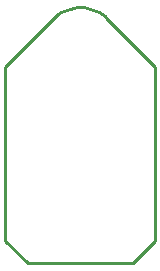
<source format=gbr>
G04 EAGLE Gerber RS-274X export*
G75*
%MOMM*%
%FSLAX34Y34*%
%LPD*%
%IN*%
%IPPOS*%
%AMOC8*
5,1,8,0,0,1.08239X$1,22.5*%
G01*
%ADD10C,0.254000*%


D10*
X-63500Y19050D02*
X-44450Y0D01*
X44450Y0D01*
X63500Y19050D01*
X63500Y166370D01*
X22860Y207010D01*
X20781Y208915D01*
X18543Y210632D01*
X16164Y212148D01*
X13663Y213450D01*
X11057Y214529D01*
X8367Y215377D01*
X5614Y215988D01*
X2818Y216356D01*
X0Y216479D01*
X-2818Y216356D01*
X-5614Y215988D01*
X-8367Y215377D01*
X-11057Y214529D01*
X-13663Y213450D01*
X-16164Y212148D01*
X-18543Y210632D01*
X-20781Y208915D01*
X-22860Y207010D01*
X-63500Y166370D01*
X-63500Y19050D01*
M02*

</source>
